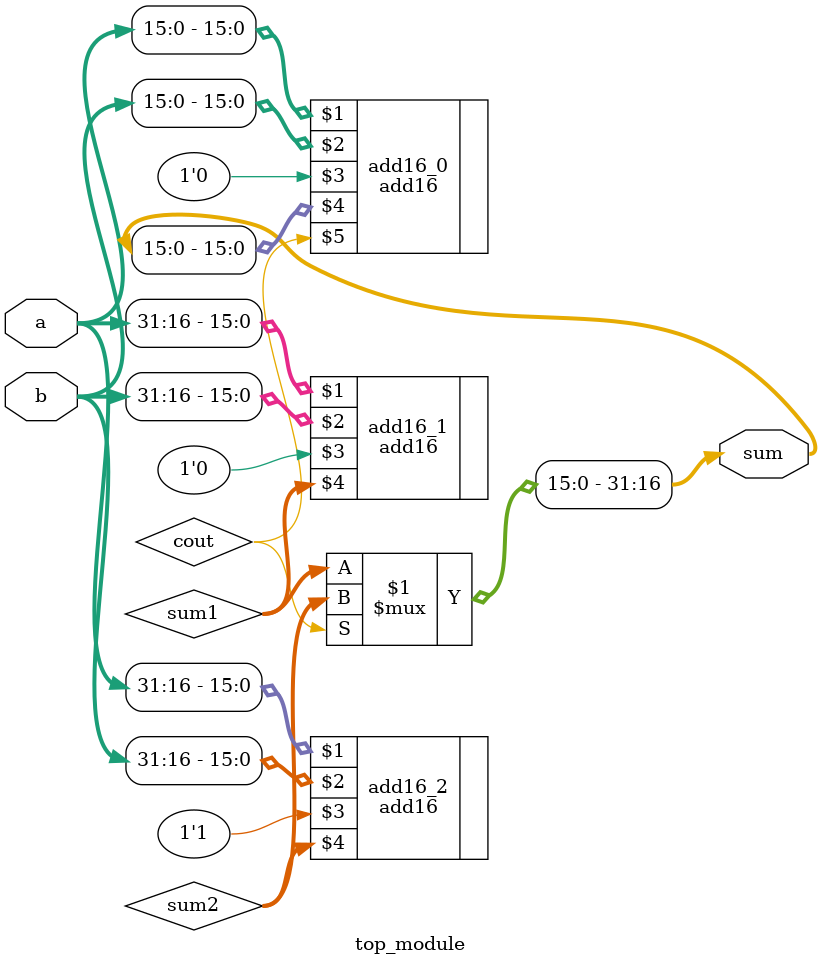
<source format=v>
module top_module(
    input [31:0] a,
    input [31:0] b,
    output [31:0] sum
);

wire cout;
wire [15:0] sum1, sum2;
add16 add16_0 (a[15:0], b[15:0], 1'b0, sum[15:0], cout);
add16 add16_1 (a[31:16], b[31:16], 1'b0, sum1, );
add16 add16_2 (a[31:16], b[31:16], 1'b1, sum2, );
assign sum[31:16] = cout ? sum2 : sum1;

endmodule
</source>
